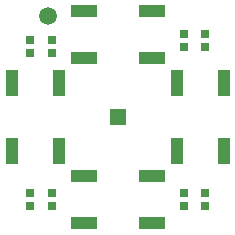
<source format=gbr>
%TF.GenerationSoftware,KiCad,Pcbnew,7.0.6*%
%TF.CreationDate,2023-08-27T19:49:05-04:00*%
%TF.ProjectId,miniclick,6d696e69-636c-4696-936b-2e6b69636164,rev?*%
%TF.SameCoordinates,Original*%
%TF.FileFunction,Soldermask,Top*%
%TF.FilePolarity,Negative*%
%FSLAX46Y46*%
G04 Gerber Fmt 4.6, Leading zero omitted, Abs format (unit mm)*
G04 Created by KiCad (PCBNEW 7.0.6) date 2023-08-27 19:49:05*
%MOMM*%
%LPD*%
G01*
G04 APERTURE LIST*
%ADD10R,1.350000X1.350000*%
%ADD11R,2.200000X1.000000*%
%ADD12C,1.500000*%
%ADD13R,0.700000X0.700000*%
%ADD14R,1.000000X2.200000*%
G04 APERTURE END LIST*
D10*
%TO.C,J4*%
X148000000Y-97000000D03*
%TD*%
D11*
%TO.C,SW5*%
X150900000Y-92000000D03*
X145100000Y-92000000D03*
X150900000Y-88000000D03*
X145100000Y-88000000D03*
%TD*%
%TO.C,SW2*%
X145100000Y-102000000D03*
X150900000Y-102000000D03*
X145100000Y-106000000D03*
X150900000Y-106000000D03*
%TD*%
D12*
%TO.C,TP6*%
X142100000Y-88400000D03*
%TD*%
D13*
%TO.C,D5*%
X155415000Y-91050000D03*
X155415000Y-89950000D03*
X153585000Y-89950000D03*
X153585000Y-91050000D03*
%TD*%
D14*
%TO.C,SW1*%
X157000000Y-94100000D03*
X157000000Y-99900000D03*
X153000000Y-94100000D03*
X153000000Y-99900000D03*
%TD*%
%TO.C,SW3*%
X139000000Y-99900000D03*
X139000000Y-94100000D03*
X143000000Y-99900000D03*
X143000000Y-94100000D03*
%TD*%
D13*
%TO.C,D3*%
X142415000Y-104550000D03*
X142415000Y-103450000D03*
X140585000Y-103450000D03*
X140585000Y-104550000D03*
%TD*%
%TO.C,D2*%
X140585000Y-90450000D03*
X140585000Y-91550000D03*
X142415000Y-91550000D03*
X142415000Y-90450000D03*
%TD*%
%TO.C,D4*%
X155415000Y-104550000D03*
X155415000Y-103450000D03*
X153585000Y-103450000D03*
X153585000Y-104550000D03*
%TD*%
M02*

</source>
